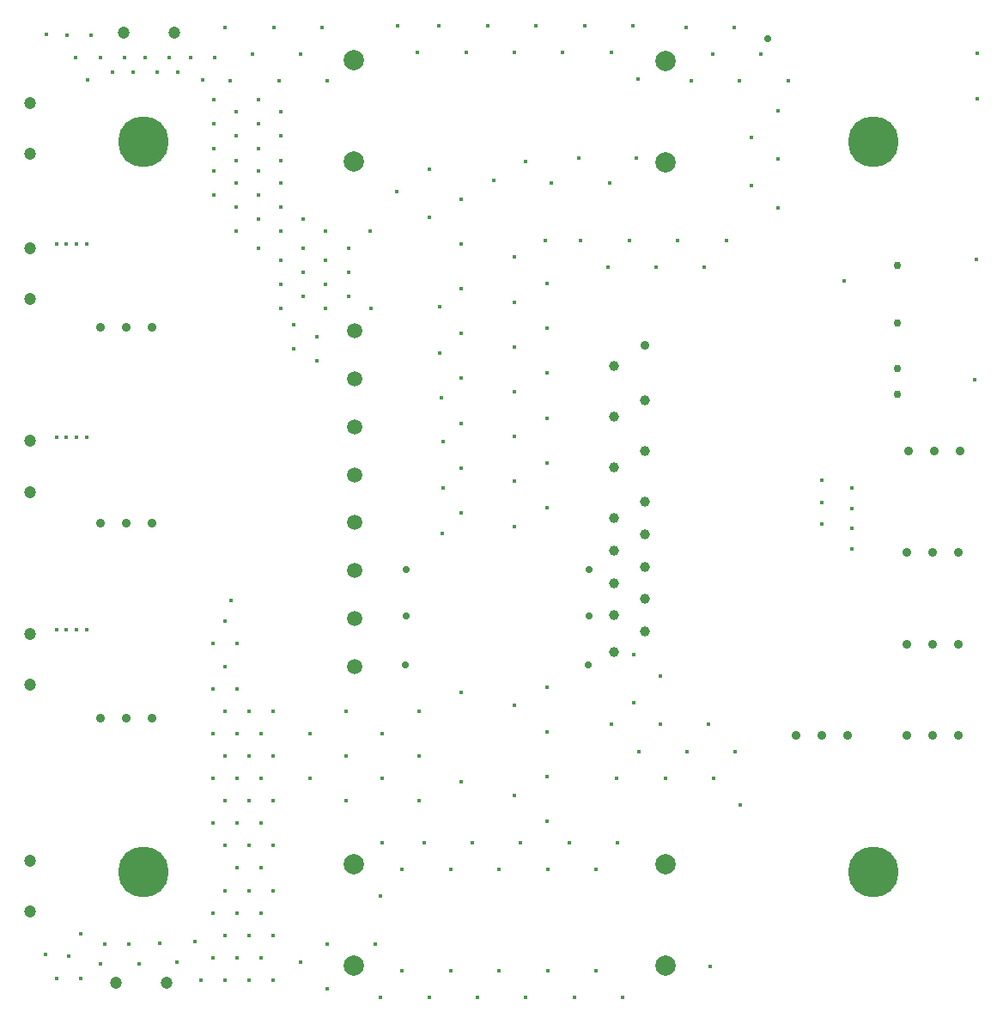
<source format=gbr>
G04 Layer_Color=0*
%FSLAX25Y25*%
%MOIN*%
%TF.FileFunction,Plated,1,2,PTH,Drill*%
%TF.Part,Single*%
G01*
G75*
%TA.AperFunction,ComponentDrill*%
%ADD98C,0.04724*%
%ADD99C,0.03000*%
%ADD100C,0.05905*%
%ADD101C,0.03937*%
%ADD102C,0.03543*%
%ADD103C,0.02756*%
%ADD104C,0.07874*%
%ADD105C,0.04724*%
%TA.AperFunction,OtherDrill,Pad Free-5 (271.354mil,105mil)*%
%ADD106C,0.19685*%
%TA.AperFunction,OtherDrill,Pad Free-6 (3106mil,105mil)*%
%ADD107C,0.19685*%
%TA.AperFunction,OtherDrill,Pad Free-7 (3106mil,2939.646mil)*%
%ADD108C,0.19685*%
%TA.AperFunction,OtherDrill,Pad Free-8 (271.354mil,2939.646mil)*%
%ADD109C,0.19685*%
%TA.AperFunction,ViaDrill,NotFilled*%
%ADD110C,0.01500*%
%ADD111C,0.02800*%
%ADD112C,0.01575*%
D98*
X-16900Y102842D02*
D03*
Y83157D02*
D03*
Y177764D02*
D03*
Y158079D02*
D03*
Y252685D02*
D03*
Y233000D02*
D03*
Y14842D02*
D03*
Y-4843D02*
D03*
Y308795D02*
D03*
Y289110D02*
D03*
D99*
X319700Y245941D02*
D03*
Y223500D02*
D03*
Y205941D02*
D03*
Y195941D02*
D03*
D100*
X109057Y90218D02*
D03*
Y108840D02*
D03*
Y127462D02*
D03*
Y146084D02*
D03*
Y164706D02*
D03*
Y183328D02*
D03*
Y201950D02*
D03*
Y220572D02*
D03*
D101*
X221699Y103821D02*
D03*
X209900Y95947D02*
D03*
Y110120D02*
D03*
Y122718D02*
D03*
X221699Y129017D02*
D03*
X209900Y135317D02*
D03*
X221699Y141616D02*
D03*
X209900Y147915D02*
D03*
X221699Y154214D02*
D03*
X209900Y167600D02*
D03*
X221699Y173899D02*
D03*
X209900Y187285D02*
D03*
X221699Y193584D02*
D03*
X209900Y206970D02*
D03*
X221699Y116419D02*
D03*
D102*
Y214844D02*
D03*
X323600Y134500D02*
D03*
X333600D02*
D03*
X343600D02*
D03*
X344200Y174000D02*
D03*
X334200D02*
D03*
X324200D02*
D03*
X30600Y70100D02*
D03*
X20600D02*
D03*
X10600D02*
D03*
X30600Y146050D02*
D03*
X20600D02*
D03*
X10600D02*
D03*
X30600Y222000D02*
D03*
X20600D02*
D03*
X10600D02*
D03*
X343600Y99041D02*
D03*
X333600D02*
D03*
X323600D02*
D03*
X343600Y63500D02*
D03*
X333600D02*
D03*
X323600D02*
D03*
X300600Y63500D02*
D03*
X290600D02*
D03*
X280600D02*
D03*
D103*
X199753Y90978D02*
D03*
X128887D02*
D03*
X199966Y110000D02*
D03*
X129100D02*
D03*
X200100Y128000D02*
D03*
X129234D02*
D03*
D104*
X108700Y-25800D02*
D03*
Y13570D02*
D03*
X229700Y-25800D02*
D03*
Y13570D02*
D03*
Y286000D02*
D03*
Y325370D02*
D03*
X108700Y286200D02*
D03*
Y325570D02*
D03*
D105*
X16457Y-32500D02*
D03*
X36143D02*
D03*
X39243Y336200D02*
D03*
X19557D02*
D03*
D106*
X27135Y10500D02*
D03*
D107*
X310600D02*
D03*
D108*
Y293965D02*
D03*
D109*
X27135D02*
D03*
D110*
X63500Y99100D02*
D03*
X54100Y46900D02*
D03*
Y64300D02*
D03*
X58800Y55600D02*
D03*
X54100Y81700D02*
D03*
X58800Y73000D02*
D03*
X63500Y64300D02*
D03*
X68200Y73000D02*
D03*
X63500Y81700D02*
D03*
X58800Y90400D02*
D03*
X54100Y99100D02*
D03*
X58800Y107800D02*
D03*
X61050Y116000D02*
D03*
X77600Y73000D02*
D03*
X72900Y64300D02*
D03*
X68200Y55600D02*
D03*
X63500Y46900D02*
D03*
X77600Y55600D02*
D03*
X72900Y46900D02*
D03*
Y12100D02*
D03*
X77600Y20800D02*
D03*
X63500Y12100D02*
D03*
X68200Y20800D02*
D03*
X72900Y29500D02*
D03*
X77600Y38200D02*
D03*
X68200D02*
D03*
X63500Y29500D02*
D03*
X58800Y38200D02*
D03*
Y20800D02*
D03*
X54100Y29500D02*
D03*
X72900Y-22700D02*
D03*
X77600Y-14000D02*
D03*
X63500Y-22700D02*
D03*
X68200Y-14000D02*
D03*
X72900Y-5300D02*
D03*
X77600Y3400D02*
D03*
X68200D02*
D03*
X63500Y-5300D02*
D03*
X58800Y3400D02*
D03*
Y-14000D02*
D03*
X54100Y-5300D02*
D03*
Y-22700D02*
D03*
X77600Y-31400D02*
D03*
X68200D02*
D03*
X58800D02*
D03*
X47100Y-16500D02*
D03*
X49400Y-31400D02*
D03*
X40100Y-24500D02*
D03*
X33600Y-17000D02*
D03*
X25600Y-25000D02*
D03*
X21600Y-17500D02*
D03*
X12200D02*
D03*
X10600Y-25000D02*
D03*
X2700Y-13300D02*
D03*
Y-30700D02*
D03*
X-2000Y-22000D02*
D03*
X-10900Y-21547D02*
D03*
X-6700Y-30700D02*
D03*
X105800Y38200D02*
D03*
X91700Y64300D02*
D03*
X105800Y73000D02*
D03*
X91700Y46900D02*
D03*
X105800Y55600D02*
D03*
X134000Y38200D02*
D03*
X119900Y64300D02*
D03*
X134000Y73000D02*
D03*
X119900Y46900D02*
D03*
X134000Y55600D02*
D03*
X150600Y45500D02*
D03*
Y80300D02*
D03*
X143100Y142000D02*
D03*
X142650Y194500D02*
D03*
X143600Y177500D02*
D03*
X150600Y184700D02*
D03*
Y167300D02*
D03*
Y202100D02*
D03*
X143600Y159500D02*
D03*
X150600Y149900D02*
D03*
X138100Y264500D02*
D03*
X150600Y254300D02*
D03*
Y236900D02*
D03*
Y271700D02*
D03*
X142100Y230000D02*
D03*
X150600Y219500D02*
D03*
X142100Y212000D02*
D03*
X138100Y283200D02*
D03*
X125600Y274700D02*
D03*
X163100Y278900D02*
D03*
X175600Y286100D02*
D03*
X185600Y278000D02*
D03*
X196000Y287600D02*
D03*
X208100Y278000D02*
D03*
X218500Y287600D02*
D03*
X88000Y-24400D02*
D03*
X98400Y-17400D02*
D03*
Y-34800D02*
D03*
X138000Y-38200D02*
D03*
X127600Y-27800D02*
D03*
X117200Y-17400D02*
D03*
X156800Y-38200D02*
D03*
X146400Y-27800D02*
D03*
X175600Y-38200D02*
D03*
X165200Y-27800D02*
D03*
X194400Y-38200D02*
D03*
X184000Y-27800D02*
D03*
X213200Y-38200D02*
D03*
X202800Y-27800D02*
D03*
X119200Y-38200D02*
D03*
Y1170D02*
D03*
X211200Y21970D02*
D03*
X192400D02*
D03*
X202800Y11570D02*
D03*
X173600Y21970D02*
D03*
X184000Y11570D02*
D03*
X154800Y21970D02*
D03*
X165200Y11570D02*
D03*
X136000Y21970D02*
D03*
X146400Y11570D02*
D03*
X119749Y21970D02*
D03*
X127600Y11570D02*
D03*
X171245Y144746D02*
D03*
X183745Y151945D02*
D03*
X171245Y162145D02*
D03*
X183745Y82345D02*
D03*
X171245Y40345D02*
D03*
X183745Y47545D02*
D03*
Y30145D02*
D03*
Y64946D02*
D03*
X171245Y75146D02*
D03*
X183745Y221546D02*
D03*
X171245Y231746D02*
D03*
X183745Y238946D02*
D03*
X171245Y249146D02*
D03*
Y196946D02*
D03*
Y179545D02*
D03*
X183745Y186746D02*
D03*
Y169345D02*
D03*
Y204146D02*
D03*
X171245Y214346D02*
D03*
X207300Y245100D02*
D03*
X196900Y255500D02*
D03*
X226100Y245100D02*
D03*
X215700Y255500D02*
D03*
X234500D02*
D03*
X183100D02*
D03*
X253300D02*
D03*
X273500Y268400D02*
D03*
Y287200D02*
D03*
X263100Y276800D02*
D03*
X273500Y306000D02*
D03*
X263100Y295600D02*
D03*
X133500Y328500D02*
D03*
X125649Y338900D02*
D03*
X152300Y328500D02*
D03*
X141900Y338900D02*
D03*
X171100Y328500D02*
D03*
X160700Y338900D02*
D03*
X189900Y328500D02*
D03*
X179500Y338900D02*
D03*
X219100Y318100D02*
D03*
X208700Y328500D02*
D03*
X198300Y338900D02*
D03*
X217100D02*
D03*
X256500Y338400D02*
D03*
X266900Y328000D02*
D03*
X277300Y317600D02*
D03*
X237700Y338400D02*
D03*
X248100Y328000D02*
D03*
X258500Y317600D02*
D03*
X239700D02*
D03*
X60900D02*
D03*
X79700D02*
D03*
X69300Y328000D02*
D03*
X58900Y338400D02*
D03*
X98500Y317600D02*
D03*
X88100Y328000D02*
D03*
X77700Y338400D02*
D03*
X96500D02*
D03*
X54300Y291400D02*
D03*
X63000Y286700D02*
D03*
X54300Y300800D02*
D03*
X63000Y296100D02*
D03*
X71700Y291400D02*
D03*
X80400Y286700D02*
D03*
Y296100D02*
D03*
X71700Y300800D02*
D03*
X80400Y305500D02*
D03*
X63000D02*
D03*
X71700Y310200D02*
D03*
X54300D02*
D03*
X63000Y259200D02*
D03*
X54300Y273300D02*
D03*
X63000Y268600D02*
D03*
X71700Y263900D02*
D03*
X80400Y259200D02*
D03*
Y268600D02*
D03*
X71700Y273300D02*
D03*
X80400Y278000D02*
D03*
X63000D02*
D03*
X71700Y282700D02*
D03*
X54300D02*
D03*
X80500Y229200D02*
D03*
Y238600D02*
D03*
X89200Y233900D02*
D03*
X97900Y229200D02*
D03*
Y238600D02*
D03*
X89200Y243300D02*
D03*
X97900Y248000D02*
D03*
X80500D02*
D03*
X89200Y252700D02*
D03*
X71800D02*
D03*
X89100Y263900D02*
D03*
X97800Y259200D02*
D03*
X115200D02*
D03*
X106800Y233900D02*
D03*
X115500Y229200D02*
D03*
X106800Y243300D02*
D03*
Y252700D02*
D03*
X85600Y223000D02*
D03*
X94300Y218300D02*
D03*
Y208900D02*
D03*
X85600Y213600D02*
D03*
X40600Y321000D02*
D03*
X45300Y326700D02*
D03*
X54700D02*
D03*
X50000Y318000D02*
D03*
X23100Y321000D02*
D03*
X27800Y326700D02*
D03*
X37200D02*
D03*
X32500Y321000D02*
D03*
X5600Y318000D02*
D03*
X10300Y326700D02*
D03*
X19700D02*
D03*
X15100Y321000D02*
D03*
X6900Y335400D02*
D03*
X-2500D02*
D03*
X900Y326700D02*
D03*
X-10400Y335453D02*
D03*
X244900Y245100D02*
D03*
X210900Y47000D02*
D03*
X229700D02*
D03*
X219300Y57400D02*
D03*
X208900Y67800D02*
D03*
X248500Y47000D02*
D03*
X238100Y57400D02*
D03*
X227700Y67800D02*
D03*
X246500D02*
D03*
X258900Y36600D02*
D03*
X256900Y57400D02*
D03*
X227700Y86600D02*
D03*
X217300Y76200D02*
D03*
Y95000D02*
D03*
X247100Y-26000D02*
D03*
D111*
X269584Y334016D02*
D03*
D112*
X299100Y240000D02*
D03*
X349700Y201500D02*
D03*
X350600Y248400D02*
D03*
X350800Y310500D02*
D03*
X350906Y328400D02*
D03*
X-2800Y254315D02*
D03*
X-6700D02*
D03*
X1100D02*
D03*
X5000D02*
D03*
Y179394D02*
D03*
X1100D02*
D03*
X-6700D02*
D03*
X-2800D02*
D03*
X5000Y104472D02*
D03*
X1100D02*
D03*
X-6700D02*
D03*
X-2800D02*
D03*
X302100Y136000D02*
D03*
Y143833D02*
D03*
Y151667D02*
D03*
Y159500D02*
D03*
X290600Y162500D02*
D03*
Y154000D02*
D03*
Y145500D02*
D03*
%TF.MD5,95630fc230e23151b587dd15e658c07b*%
M02*

</source>
